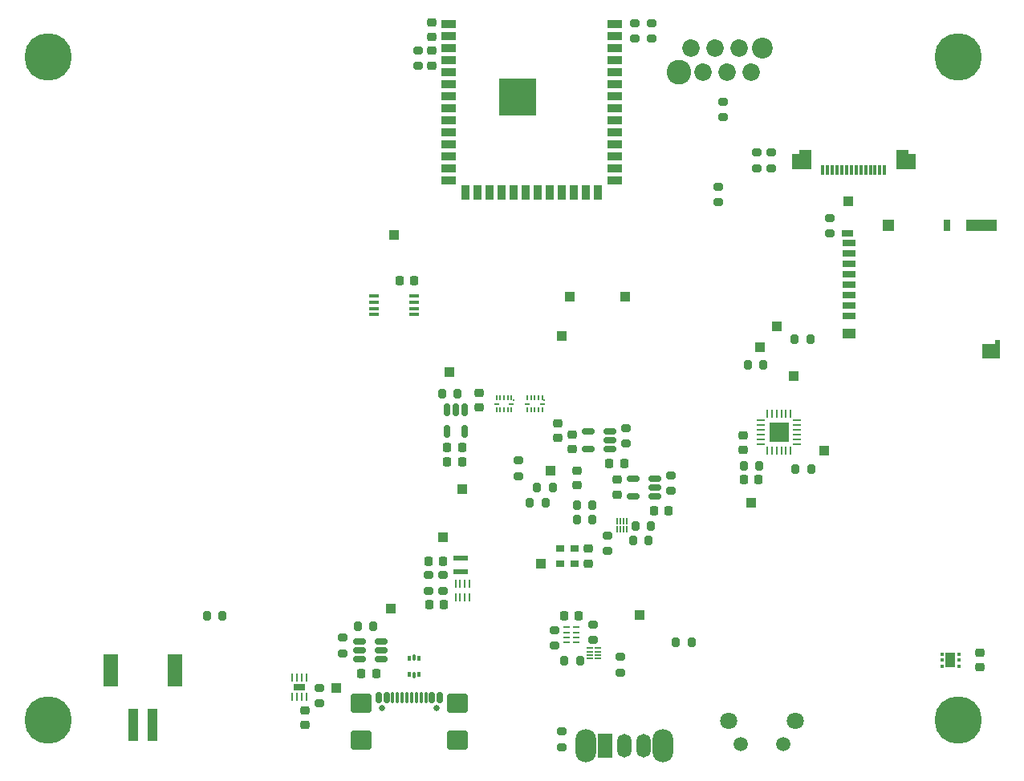
<source format=gbr>
%TF.GenerationSoftware,KiCad,Pcbnew,9.0.6+1*%
%TF.CreationDate,2026-01-21T18:29:13+00:00*%
%TF.ProjectId,Mainboard,4d61696e-626f-4617-9264-2e6b69636164,1.0.0 + (Unreleased)*%
%TF.SameCoordinates,Original*%
%TF.FileFunction,Soldermask,Top*%
%TF.FilePolarity,Negative*%
%FSLAX46Y46*%
G04 Gerber Fmt 4.6, Leading zero omitted, Abs format (unit mm)*
G04 Created by KiCad (PCBNEW 9.0.6+1) date 2026-01-21 18:29:13*
%MOMM*%
%LPD*%
G01*
G04 APERTURE LIST*
G04 Aperture macros list*
%AMRoundRect*
0 Rectangle with rounded corners*
0 $1 Rounding radius*
0 $2 $3 $4 $5 $6 $7 $8 $9 X,Y pos of 4 corners*
0 Add a 4 corners polygon primitive as box body*
4,1,4,$2,$3,$4,$5,$6,$7,$8,$9,$2,$3,0*
0 Add four circle primitives for the rounded corners*
1,1,$1+$1,$2,$3*
1,1,$1+$1,$4,$5*
1,1,$1+$1,$6,$7*
1,1,$1+$1,$8,$9*
0 Add four rect primitives between the rounded corners*
20,1,$1+$1,$2,$3,$4,$5,0*
20,1,$1+$1,$4,$5,$6,$7,0*
20,1,$1+$1,$6,$7,$8,$9,0*
20,1,$1+$1,$8,$9,$2,$3,0*%
%AMRotRect*
0 Rectangle, with rotation*
0 The origin of the aperture is its center*
0 $1 length*
0 $2 width*
0 $3 Rotation angle, in degrees counterclockwise*
0 Add horizontal line*
21,1,$1,$2,0,0,$3*%
%AMFreePoly0*
4,1,7,1.050000,-0.975000,-0.250000,-0.975000,-0.250000,-0.625000,-1.050000,-0.625000,-1.050000,0.975000,1.050000,0.975000,1.050000,-0.975000,1.050000,-0.975000,$1*%
%AMFreePoly1*
4,1,7,1.050000,-0.625000,0.250000,-0.625000,0.250000,-0.975000,-1.050000,-0.975000,-1.050000,0.975000,1.050000,0.975000,1.050000,-0.625000,1.050000,-0.625000,$1*%
G04 Aperture macros list end*
%ADD10R,1.000000X1.000000*%
%ADD11RoundRect,0.225000X0.250000X-0.225000X0.250000X0.225000X-0.250000X0.225000X-0.250000X-0.225000X0*%
%ADD12R,1.100000X0.400000*%
%ADD13RoundRect,0.225000X0.225000X0.250000X-0.225000X0.250000X-0.225000X-0.250000X0.225000X-0.250000X0*%
%ADD14RoundRect,0.200000X-0.200000X-0.275000X0.200000X-0.275000X0.200000X0.275000X-0.200000X0.275000X0*%
%ADD15RoundRect,0.200000X0.275000X-0.200000X0.275000X0.200000X-0.275000X0.200000X-0.275000X-0.200000X0*%
%ADD16RoundRect,0.225000X-0.250000X0.225000X-0.250000X-0.225000X0.250000X-0.225000X0.250000X0.225000X0*%
%ADD17RoundRect,0.200000X-0.275000X0.200000X-0.275000X-0.200000X0.275000X-0.200000X0.275000X0.200000X0*%
%ADD18R,0.850000X0.650000*%
%ADD19RoundRect,0.075000X0.075000X0.475000X-0.075000X0.475000X-0.075000X-0.475000X0.075000X-0.475000X0*%
%ADD20FreePoly0,180.000000*%
%ADD21FreePoly1,180.000000*%
%ADD22RoundRect,0.150000X0.512500X0.150000X-0.512500X0.150000X-0.512500X-0.150000X0.512500X-0.150000X0*%
%ADD23R,0.650000X0.170000*%
%ADD24RoundRect,0.200000X0.200000X0.275000X-0.200000X0.275000X-0.200000X-0.275000X0.200000X-0.275000X0*%
%ADD25RoundRect,0.093750X-0.093750X-0.106250X0.093750X-0.106250X0.093750X0.106250X-0.093750X0.106250X0*%
%ADD26R,1.000000X1.600000*%
%ADD27C,0.800000*%
%ADD28C,5.000000*%
%ADD29R,0.170000X0.650000*%
%ADD30RoundRect,0.062500X0.062500X-0.325000X0.062500X0.325000X-0.062500X0.325000X-0.062500X-0.325000X0*%
%ADD31R,1.200000X0.800000*%
%ADD32RoundRect,0.225000X-0.225000X-0.250000X0.225000X-0.250000X0.225000X0.250000X-0.225000X0.250000X0*%
%ADD33RoundRect,0.093750X0.093750X-0.156250X0.093750X0.156250X-0.093750X0.156250X-0.093750X-0.156250X0*%
%ADD34RoundRect,0.075000X0.075000X-0.250000X0.075000X0.250000X-0.075000X0.250000X-0.075000X-0.250000X0*%
%ADD35R,0.700000X0.270000*%
%ADD36RoundRect,0.062500X0.062500X-0.337500X0.062500X0.337500X-0.062500X0.337500X-0.062500X-0.337500X0*%
%ADD37R,0.200000X0.600000*%
%ADD38R,0.250000X0.150000*%
%ADD39R,0.600000X0.200000*%
%ADD40C,1.500000*%
%ADD41C,1.800000*%
%ADD42RoundRect,0.062500X0.062500X-0.375000X0.062500X0.375000X-0.062500X0.375000X-0.062500X-0.375000X0*%
%ADD43RoundRect,0.062500X0.375000X-0.062500X0.375000X0.062500X-0.375000X0.062500X-0.375000X-0.062500X0*%
%ADD44R,2.100000X2.100000*%
%ADD45R,1.500000X0.900000*%
%ADD46R,0.900000X1.500000*%
%ADD47R,3.900000X3.900000*%
%ADD48RoundRect,0.137500X0.662500X-0.137500X0.662500X0.137500X-0.662500X0.137500X-0.662500X-0.137500X0*%
%ADD49RoundRect,0.150000X-0.150000X0.512500X-0.150000X-0.512500X0.150000X-0.512500X0.150000X0.512500X0*%
%ADD50O,2.200000X3.500000*%
%ADD51R,1.500000X2.500000*%
%ADD52O,1.500000X2.500000*%
%ADD53R,1.000000X3.500000*%
%ADD54R,1.500000X3.400000*%
%ADD55R,1.400000X0.700000*%
%ADD56R,1.200000X0.700000*%
%ADD57R,0.800000X1.200000*%
%ADD58R,1.900000X1.500000*%
%ADD59RotRect,0.200000X0.200000X135.000000*%
%ADD60R,0.500000X0.500000*%
%ADD61R,1.400000X1.000000*%
%ADD62R,1.200000X1.200000*%
%ADD63R,3.200000X1.200000*%
%ADD64C,0.650000*%
%ADD65RoundRect,0.150000X-0.150000X-0.425000X0.150000X-0.425000X0.150000X0.425000X-0.150000X0.425000X0*%
%ADD66RoundRect,0.075000X-0.075000X-0.500000X0.075000X-0.500000X0.075000X0.500000X-0.075000X0.500000X0*%
%ADD67RoundRect,0.250000X-0.840000X-0.750000X0.840000X-0.750000X0.840000X0.750000X-0.840000X0.750000X0*%
%ADD68C,2.200000*%
%ADD69C,2.600000*%
%ADD70C,1.850000*%
G04 APERTURE END LIST*
D10*
%TO.C,TP701*%
X201200000Y-181200000D03*
%TD*%
D11*
%TO.C,C811*%
X225000000Y-169150000D03*
X225000000Y-167600000D03*
%TD*%
D12*
%TO.C,IC1104*%
X199350000Y-148225000D03*
X199350000Y-148875000D03*
X199350000Y-149525000D03*
X199350000Y-150175000D03*
X203650000Y-150175000D03*
X203650000Y-149525000D03*
X203650000Y-148875000D03*
X203650000Y-148225000D03*
%TD*%
D13*
%TO.C,C806*%
X206700000Y-176225000D03*
X205150000Y-176225000D03*
%TD*%
D10*
%TO.C,TP802*%
X201500000Y-141737501D03*
%TD*%
D14*
%TO.C,R1202*%
X238825000Y-155500000D03*
X240475000Y-155500000D03*
%TD*%
D15*
%TO.C,R1402*%
X241300000Y-134700000D03*
X241300000Y-133050000D03*
%TD*%
D16*
%TO.C,C901*%
X205500000Y-122325000D03*
X205500000Y-123875000D03*
%TD*%
D17*
%TO.C,R805*%
X226000000Y-162150000D03*
X226000000Y-163800000D03*
%TD*%
D18*
%TO.C,Y1001*%
X220575000Y-176500000D03*
X220575000Y-174850000D03*
X219025000Y-174850000D03*
X219025000Y-176500000D03*
%TD*%
D19*
%TO.C,X1401*%
X253250000Y-134900000D03*
X252750000Y-134900000D03*
X252250000Y-134900000D03*
X251750000Y-134900000D03*
X251250000Y-134900000D03*
X250750000Y-134900000D03*
X250250000Y-134900000D03*
X249750000Y-134900000D03*
X249250000Y-134900000D03*
X248750000Y-134900000D03*
X248250000Y-134900000D03*
X247750000Y-134900000D03*
X247250000Y-134900000D03*
X246750000Y-134900000D03*
D20*
X255500000Y-133775000D03*
D21*
X244500000Y-133775000D03*
%TD*%
D10*
%TO.C,TP806*%
X208675000Y-168600000D03*
%TD*%
%TO.C,TP801*%
X225900000Y-148300000D03*
%TD*%
D13*
%TO.C,C1101*%
X239975000Y-167600000D03*
X238425000Y-167600000D03*
%TD*%
D22*
%TO.C,IC804*%
X224275000Y-164375000D03*
X224275000Y-163425000D03*
X224275000Y-162475000D03*
X222000000Y-162475000D03*
X222000000Y-164375000D03*
%TD*%
D23*
%TO.C,IC1103*%
X223024999Y-186450000D03*
X223025000Y-186100000D03*
X223025000Y-185750000D03*
X223024999Y-185400000D03*
X222175001Y-185400000D03*
X222175000Y-185750000D03*
X222175000Y-186100000D03*
X222175001Y-186450000D03*
%TD*%
D15*
%TO.C,R1110*%
X218400000Y-185125000D03*
X218400000Y-183475000D03*
%TD*%
D10*
%TO.C,TP1101*%
X220000000Y-148300000D03*
%TD*%
D11*
%TO.C,C1003*%
X222000000Y-176450000D03*
X222000000Y-174900000D03*
%TD*%
D24*
%TO.C,R1006*%
X228625000Y-172500000D03*
X226975000Y-172500000D03*
%TD*%
D17*
%TO.C,R902*%
X224000000Y-173475000D03*
X224000000Y-175125000D03*
%TD*%
D24*
%TO.C,R704*%
X199330000Y-183100000D03*
X197680000Y-183100000D03*
%TD*%
D25*
%TO.C,IC1102*%
X259300000Y-186000000D03*
X259300000Y-186650000D03*
X259300000Y-187300000D03*
X261075000Y-187300000D03*
X261075000Y-186650000D03*
X261075000Y-186000000D03*
D26*
X260187500Y-186650000D03*
%TD*%
D14*
%TO.C,R1203*%
X243775000Y-152800000D03*
X245425000Y-152800000D03*
%TD*%
D16*
%TO.C,C1103*%
X263300000Y-185875000D03*
X263300000Y-187425000D03*
%TD*%
D24*
%TO.C,R1003*%
X222425000Y-171800000D03*
X220775000Y-171800000D03*
%TD*%
D10*
%TO.C,TP1109*%
X239200000Y-170000000D03*
%TD*%
D15*
%TO.C,R1403*%
X239800000Y-134700000D03*
X239800000Y-133050000D03*
%TD*%
D27*
%TO.C,REF\u002A\u002A*%
X259125000Y-123000000D03*
X259674175Y-121674175D03*
X259674175Y-124325825D03*
X261000000Y-121125000D03*
D28*
X261000000Y-123000000D03*
D27*
X261000000Y-124875000D03*
X262325825Y-121674175D03*
X262325825Y-124325825D03*
X262875000Y-123000000D03*
%TD*%
D11*
%TO.C,C810*%
X220300000Y-164350000D03*
X220300000Y-162800000D03*
%TD*%
D24*
%TO.C,R1001*%
X222425000Y-170250000D03*
X220775000Y-170250000D03*
%TD*%
D14*
%TO.C,R1112*%
X243870000Y-166500000D03*
X245520000Y-166500000D03*
%TD*%
%TO.C,R901*%
X226700000Y-174000000D03*
X228350000Y-174000000D03*
%TD*%
D29*
%TO.C,IC1002*%
X226050000Y-171950002D03*
X225700000Y-171950001D03*
X225350000Y-171950001D03*
X225000000Y-171950002D03*
X225000000Y-172800000D03*
X225350000Y-172800001D03*
X225700000Y-172800001D03*
X226050000Y-172800000D03*
%TD*%
D10*
%TO.C,TP1106*%
X243700000Y-156700000D03*
%TD*%
%TO.C,TP804*%
X217000000Y-176500000D03*
%TD*%
D24*
%TO.C,R1004*%
X218225000Y-168450000D03*
X216575000Y-168450000D03*
%TD*%
D15*
%TO.C,R1111*%
X222500000Y-184525000D03*
X222500000Y-182875000D03*
%TD*%
D17*
%TO.C,R806*%
X230700000Y-167150000D03*
X230700000Y-168800000D03*
%TD*%
D30*
%TO.C,IC703*%
X190750000Y-190487500D03*
X191250000Y-190487500D03*
X191750000Y-190487500D03*
X192250000Y-190487500D03*
X192250000Y-188512500D03*
X191750000Y-188512500D03*
X191250000Y-188512500D03*
X190750000Y-188512500D03*
D31*
X191500000Y-189500000D03*
%TD*%
D10*
%TO.C,TP803*%
X206700000Y-173700000D03*
%TD*%
%TO.C,TP805*%
X218000000Y-166650000D03*
%TD*%
D32*
%TO.C,C808*%
X228925000Y-170875000D03*
X230475000Y-170875000D03*
%TD*%
D33*
%TO.C,IC701*%
X203067500Y-188150000D03*
D34*
X203605000Y-188225000D03*
D33*
X204142500Y-188150000D03*
X204142500Y-186450000D03*
D34*
X203605000Y-186375000D03*
D33*
X203067500Y-186450000D03*
%TD*%
D10*
%TO.C,TP1102*%
X219200000Y-152400000D03*
%TD*%
D24*
%TO.C,R1005*%
X217475000Y-170000000D03*
X215825000Y-170000000D03*
%TD*%
D32*
%TO.C,C701*%
X198055000Y-188100000D03*
X199605000Y-188100000D03*
%TD*%
D14*
%TO.C,R807*%
X206550000Y-158500000D03*
X208200000Y-158500000D03*
%TD*%
D15*
%TO.C,R1301*%
X247500000Y-141625000D03*
X247500000Y-139975000D03*
%TD*%
D14*
%TO.C,R1108*%
X231250000Y-184800000D03*
X232900000Y-184800000D03*
%TD*%
D35*
%TO.C,IC1105*%
X220700000Y-184810000D03*
X220700000Y-184270000D03*
X220700000Y-183730000D03*
X220700000Y-183190000D03*
X219700000Y-183190000D03*
X219700000Y-183730000D03*
X219700000Y-184270000D03*
X219700000Y-184810000D03*
%TD*%
D36*
%TO.C,IC801*%
X207979999Y-180025000D03*
X208480000Y-180025000D03*
X208980000Y-180025000D03*
X209480001Y-180025000D03*
X209480001Y-178575000D03*
X208980000Y-178575000D03*
X208480000Y-178575000D03*
X207979999Y-178575000D03*
%TD*%
D17*
%TO.C,R1401*%
X236200000Y-127675000D03*
X236200000Y-129325000D03*
%TD*%
%TO.C,R903*%
X204000000Y-122275000D03*
X204000000Y-123925000D03*
%TD*%
D11*
%TO.C,C902*%
X205500000Y-120875000D03*
X205500000Y-119325000D03*
%TD*%
D13*
%TO.C,C1104*%
X203650000Y-146600000D03*
X202100000Y-146600000D03*
%TD*%
D17*
%TO.C,R1107*%
X225400000Y-186300000D03*
X225400000Y-187950000D03*
%TD*%
D37*
%TO.C,IC1001*%
X213900001Y-158950000D03*
D38*
X214075001Y-159175000D03*
D37*
X213500001Y-158950000D03*
X213100001Y-158950000D03*
X212700001Y-158950000D03*
X212300001Y-158950000D03*
D39*
X212300001Y-159600000D03*
D37*
X212300001Y-160250000D03*
X212700001Y-160250000D03*
X213100001Y-160250000D03*
X213500001Y-160250000D03*
X213900001Y-160250000D03*
D39*
X213900001Y-159600000D03*
%TD*%
D15*
%TO.C,R1102*%
X226900000Y-121025000D03*
X226900000Y-119375000D03*
%TD*%
D17*
%TO.C,R1002*%
X214650000Y-165575000D03*
X214650000Y-167225000D03*
%TD*%
D40*
%TO.C,SW901*%
X242550000Y-195550000D03*
X238050000Y-195550000D03*
D41*
X236800000Y-193050000D03*
X243800000Y-193050000D03*
%TD*%
D15*
%TO.C,R1404*%
X228700000Y-121025000D03*
X228700000Y-119375000D03*
%TD*%
D42*
%TO.C,IC1101*%
X240850000Y-164537500D03*
X241350000Y-164537499D03*
X241850000Y-164537500D03*
X242350000Y-164537500D03*
X242850000Y-164537499D03*
X243350000Y-164537500D03*
D43*
X244037500Y-163850000D03*
X244037499Y-163350000D03*
X244037500Y-162850000D03*
X244037500Y-162350000D03*
X244037499Y-161850000D03*
X244037500Y-161350000D03*
D42*
X243350000Y-160662500D03*
X242850000Y-160662501D03*
X242350000Y-160662500D03*
X241850000Y-160662500D03*
X241350000Y-160662501D03*
X240850000Y-160662500D03*
D43*
X240162500Y-161350000D03*
X240162501Y-161850000D03*
X240162500Y-162350000D03*
X240162500Y-162850000D03*
X240162501Y-163350000D03*
X240162500Y-163850000D03*
D44*
X242100000Y-162600000D03*
%TD*%
D10*
%TO.C,TP702*%
X195400000Y-189575000D03*
%TD*%
D11*
%TO.C,C809*%
X210475000Y-159975000D03*
X210475000Y-158425000D03*
%TD*%
D10*
%TO.C,TP1104*%
X241850000Y-151400000D03*
%TD*%
D27*
%TO.C,REF\u002A\u002A*%
X259125000Y-193000000D03*
X259674175Y-191674175D03*
X259674175Y-194325825D03*
X261000000Y-191125000D03*
D28*
X261000000Y-193000000D03*
D27*
X261000000Y-194875000D03*
X262325825Y-191674175D03*
X262325825Y-194325825D03*
X262875000Y-193000000D03*
%TD*%
D10*
%TO.C,TP1103*%
X240100000Y-153600000D03*
%TD*%
D45*
%TO.C,M901*%
X207250000Y-119490000D03*
X207250000Y-120760000D03*
X207250000Y-122030000D03*
X207250000Y-123300000D03*
X207250000Y-124570000D03*
X207250000Y-125840000D03*
X207250000Y-127110000D03*
X207250000Y-128380000D03*
X207250000Y-129650000D03*
X207250000Y-130920000D03*
X207250000Y-132190000D03*
X207250000Y-133460000D03*
X207250000Y-134730000D03*
X207250000Y-136000000D03*
D46*
X209015000Y-137250000D03*
X210285000Y-137250000D03*
X211555000Y-137250000D03*
X212825000Y-137250000D03*
X214095000Y-137250000D03*
X215365000Y-137250000D03*
X216635000Y-137250000D03*
X217905000Y-137250000D03*
X219175000Y-137250000D03*
X220445000Y-137250000D03*
X221715000Y-137250000D03*
X222985000Y-137250000D03*
D45*
X224750000Y-136000000D03*
X224750000Y-134730000D03*
X224750000Y-133460000D03*
X224750000Y-132190000D03*
X224750000Y-130920000D03*
X224750000Y-129650000D03*
X224750000Y-128380000D03*
X224750000Y-127110000D03*
X224750000Y-125840000D03*
X224750000Y-124570000D03*
X224750000Y-123300000D03*
X224750000Y-122030000D03*
X224750000Y-120760000D03*
X224750000Y-119490000D03*
D47*
X214500000Y-127210000D03*
%TD*%
D32*
%TO.C,C1105*%
X219425000Y-182000000D03*
X220975000Y-182000000D03*
%TD*%
D17*
%TO.C,R808*%
X219200000Y-194175000D03*
X219200000Y-195825000D03*
%TD*%
D13*
%TO.C,C812*%
X208675000Y-164200000D03*
X207125000Y-164200000D03*
%TD*%
D17*
%TO.C,R1405*%
X235700000Y-136650000D03*
X235700000Y-138300000D03*
%TD*%
D48*
%TO.C,L801*%
X208525000Y-177349999D03*
X208525000Y-175900001D03*
%TD*%
D13*
%TO.C,C1002*%
X208675000Y-165750000D03*
X207125000Y-165750000D03*
%TD*%
D27*
%TO.C,REF\u002A\u002A*%
X163125000Y-193000000D03*
X163674175Y-191674175D03*
X163674175Y-194325825D03*
X165000000Y-191125000D03*
D28*
X165000000Y-193000000D03*
D27*
X165000000Y-194875000D03*
X166325825Y-191674175D03*
X166325825Y-194325825D03*
X166875000Y-193000000D03*
%TD*%
D49*
%TO.C,IC806*%
X208970000Y-160232500D03*
X208020000Y-160232500D03*
X207070000Y-160232500D03*
X207070000Y-162507500D03*
X208970000Y-162507500D03*
%TD*%
D16*
%TO.C,C1001*%
X220800000Y-166625000D03*
X220800000Y-168175000D03*
%TD*%
%TO.C,C703*%
X192105000Y-191925000D03*
X192105000Y-193475000D03*
%TD*%
D10*
%TO.C,TP1107*%
X249400000Y-138200000D03*
%TD*%
D37*
%TO.C,IC1003*%
X217150000Y-158950000D03*
D38*
X217325000Y-159175000D03*
D37*
X216750000Y-158950000D03*
X216350000Y-158950000D03*
X215950000Y-158950000D03*
X215550000Y-158950000D03*
D39*
X215550000Y-159600000D03*
D37*
X215550000Y-160250000D03*
X215950000Y-160250000D03*
X216350000Y-160250000D03*
X216750000Y-160250000D03*
X217150000Y-160250000D03*
D39*
X217150000Y-159600000D03*
%TD*%
D17*
%TO.C,R803*%
X206650000Y-177675000D03*
X206650000Y-179325000D03*
%TD*%
D24*
%TO.C,R1101*%
X240025000Y-166100000D03*
X238375000Y-166100000D03*
%TD*%
D50*
%TO.C,SW701*%
X221700000Y-195700000D03*
X229900000Y-195700000D03*
D51*
X223800000Y-195700000D03*
D52*
X225800000Y-195700000D03*
X227800000Y-195700000D03*
%TD*%
D10*
%TO.C,TP1105*%
X207300000Y-156200000D03*
%TD*%
D16*
%TO.C,C1102*%
X238300000Y-162925000D03*
X238300000Y-164475000D03*
%TD*%
D15*
%TO.C,R703*%
X196054999Y-185925000D03*
X196054999Y-184275000D03*
%TD*%
D13*
%TO.C,C801*%
X206750000Y-180775000D03*
X205200000Y-180775000D03*
%TD*%
D10*
%TO.C,TP1108*%
X227400000Y-181900000D03*
%TD*%
D53*
%TO.C,X702*%
X176000000Y-193450000D03*
X174000000Y-193450000D03*
D54*
X178350000Y-187700000D03*
X171650000Y-187700000D03*
%TD*%
D11*
%TO.C,C1004*%
X218800000Y-163175000D03*
X218800000Y-161625000D03*
%TD*%
D17*
%TO.C,R710*%
X193600000Y-189575000D03*
X193600000Y-191225000D03*
%TD*%
D15*
%TO.C,R804*%
X205150000Y-179325000D03*
X205150000Y-177675000D03*
%TD*%
D55*
%TO.C,X1301*%
X249475000Y-150275000D03*
X249475000Y-149175000D03*
X249475000Y-148075000D03*
X249475000Y-146975000D03*
X249475000Y-145875000D03*
X249475000Y-144775000D03*
X249475000Y-143675000D03*
X249475000Y-142575000D03*
D56*
X249375000Y-141625000D03*
D57*
X259875000Y-140775000D03*
D58*
X264475000Y-154075000D03*
D59*
X264925000Y-153325000D03*
D60*
X265175000Y-153075000D03*
D61*
X249475000Y-152175000D03*
D62*
X253675000Y-140775000D03*
D63*
X263475000Y-140775000D03*
%TD*%
D24*
%TO.C,TH701*%
X183399999Y-182000000D03*
X181749999Y-182000000D03*
%TD*%
D27*
%TO.C,REF\u002A\u002A*%
X163125000Y-123000000D03*
X163674175Y-121674175D03*
X163674175Y-124325825D03*
X165000000Y-121125000D03*
D28*
X165000000Y-123000000D03*
D27*
X165000000Y-124875000D03*
X166325825Y-121674175D03*
X166325825Y-124325825D03*
X166875000Y-123000000D03*
%TD*%
D10*
%TO.C,TP1110*%
X246900000Y-164537500D03*
%TD*%
D64*
%TO.C,X701*%
X200210000Y-191695000D03*
X205990000Y-191695000D03*
D65*
X199900000Y-190620000D03*
X200700000Y-190620000D03*
D66*
X201850000Y-190620000D03*
X202850000Y-190620000D03*
X203350000Y-190620000D03*
X204350000Y-190620000D03*
D65*
X205500000Y-190620000D03*
X206300000Y-190620000D03*
X206300000Y-190620000D03*
X205500000Y-190620000D03*
D66*
X204850000Y-190620000D03*
X203850000Y-190620000D03*
X202350000Y-190620000D03*
X201350000Y-190620000D03*
D65*
X200700000Y-190620000D03*
X199900000Y-190620000D03*
D67*
X197990000Y-191195000D03*
X197990000Y-195125000D03*
X208210000Y-191195000D03*
X208210000Y-195125000D03*
%TD*%
D32*
%TO.C,C807*%
X224225000Y-165875000D03*
X225775000Y-165875000D03*
%TD*%
D14*
%TO.C,R1109*%
X219475000Y-186700000D03*
X221125000Y-186700000D03*
%TD*%
D22*
%TO.C,IC702*%
X200137500Y-186549999D03*
X200137500Y-185600000D03*
X200137500Y-184650001D03*
X197862500Y-184650001D03*
X197862500Y-185600000D03*
X197862500Y-186549999D03*
%TD*%
%TO.C,IC805*%
X228975000Y-169375001D03*
X228975000Y-168425001D03*
X228975000Y-167475001D03*
X226700000Y-167475001D03*
X226700000Y-169375001D03*
%TD*%
D68*
%TO.C,X901*%
X240370000Y-122030000D03*
D69*
X231560000Y-124570000D03*
D70*
X232790000Y-122030000D03*
X234060000Y-124570000D03*
X235330000Y-122030000D03*
X236600000Y-124570001D03*
X237870000Y-122030000D03*
X239140000Y-124570000D03*
%TD*%
M02*

</source>
